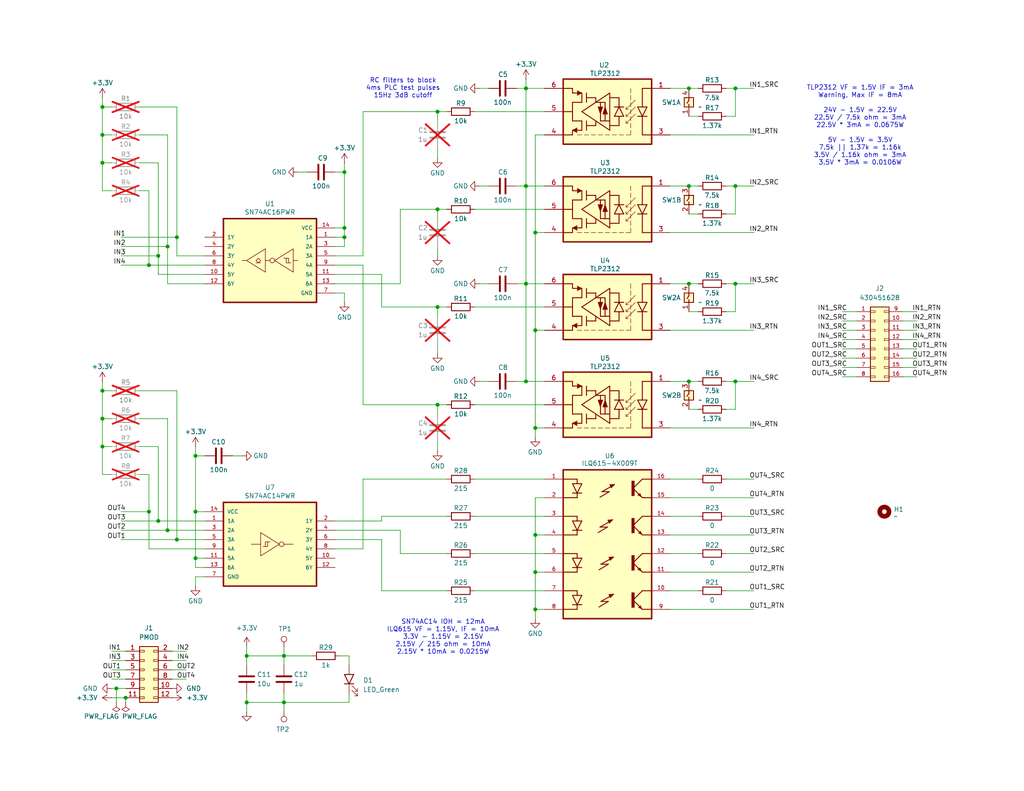
<source format=kicad_sch>
(kicad_sch (version 20231120) (generator "eeschema") (generator_version "8.0")
  (paper "USLetter")
  (title_block (title "PMOD MPS I/O") (rev "A") (company "Osprey DCS"))
  (junction (at 200.66 104.14))
  (junction (at 146.05 156.21))
  (junction (at 53.34 124.46))
  (junction (at 43.18 69.85))
  (junction (at 146.05 146.05))
  (junction (at 200.66 77.47))
  (junction (at 67.31 191.77))
  (junction (at 143.51 77.47))
  (junction (at 67.31 179.07))
  (junction (at 48.26 64.77))
  (junction (at 53.34 152.4))
  (junction (at 77.47 179.07))
  (junction (at 119.38 110.49))
  (junction (at 119.38 83.82))
  (junction (at 200.66 50.8))
  (junction (at 31.75 187.96))
  (junction (at 119.38 30.48))
  (junction (at 143.51 50.8))
  (junction (at 27.94 121.92))
  (junction (at 93.98 46.99))
  (junction (at 187.96 24.13))
  (junction (at 77.47 191.77))
  (junction (at 48.26 147.32))
  (junction (at 146.05 90.17))
  (junction (at 93.98 64.77))
  (junction (at 146.05 63.5))
  (junction (at 27.94 114.3))
  (junction (at 187.96 77.47))
  (junction (at 34.29 190.5))
  (junction (at 200.66 24.13))
  (junction (at 146.05 166.37))
  (junction (at 27.94 29.21))
  (junction (at 27.94 36.83))
  (junction (at 45.72 144.78))
  (junction (at 187.96 50.8))
  (junction (at 40.64 72.39))
  (junction (at 43.18 142.24))
  (junction (at 143.51 24.13))
  (junction (at 27.94 44.45))
  (junction (at 187.96 104.14))
  (junction (at 119.38 57.15))
  (junction (at 143.51 104.14))
  (junction (at 40.64 139.7))
  (junction (at 53.34 139.7))
  (junction (at 27.94 106.68))
  (junction (at 93.98 62.23))
  (junction (at 45.72 67.31))
  (junction (at 146.05 116.84))
  (wire (pts (xy 45.72 67.31) (xy 45.72 77.47)))
  (wire (pts (xy 200.66 77.47) (xy 198.12 77.47)))
  (wire (pts (xy 91.44 74.93) (xy 104.14 74.93)))
  (wire (pts (xy 77.47 176.53) (xy 77.47 179.07)))
  (wire (pts (xy 182.88 104.14) (xy 187.96 104.14)))
  (wire (pts (xy 27.94 106.68) (xy 27.94 104.14)))
  (wire (pts (xy 187.96 111.76) (xy 190.5 111.76)))
  (wire (pts (xy 200.66 24.13) (xy 198.12 24.13)))
  (wire (pts (xy 27.94 114.3) (xy 27.94 106.68)))
  (wire (pts (xy 33.02 144.78) (xy 45.72 144.78)))
  (wire (pts (xy 66.04 124.46) (xy 63.5 124.46)))
  (wire (pts (xy 93.98 80.01) (xy 93.98 82.55)))
  (wire (pts (xy 46.99 177.8) (xy 50.8 177.8)))
  (wire (pts (xy 119.38 110.49) (xy 119.38 113.03)))
  (wire (pts (xy 182.88 151.13) (xy 190.5 151.13)))
  (wire (pts (xy 229.87 92.71) (xy 233.68 92.71)))
  (wire (pts (xy 93.98 44.45) (xy 93.98 46.99)))
  (wire (pts (xy 182.88 36.83) (xy 205.74 36.83)))
  (wire (pts (xy 48.26 106.68) (xy 48.26 147.32)))
  (wire (pts (xy 198.12 58.42) (xy 200.66 58.42)))
  (wire (pts (xy 92.71 179.07) (xy 95.25 179.07)))
  (wire (pts (xy 229.87 90.17) (xy 233.68 90.17)))
  (wire (pts (xy 104.14 74.93) (xy 104.14 83.82)))
  (wire (pts (xy 77.47 179.07) (xy 85.09 179.07)))
  (wire (pts (xy 182.88 24.13) (xy 187.96 24.13)))
  (wire (pts (xy 146.05 63.5) (xy 148.59 63.5)))
  (wire (pts (xy 246.38 87.63) (xy 250.19 87.63)))
  (wire (pts (xy 40.64 52.07) (xy 40.64 72.39)))
  (wire (pts (xy 146.05 63.5) (xy 146.05 90.17)))
  (wire (pts (xy 146.05 166.37) (xy 148.59 166.37)))
  (wire (pts (xy 43.18 121.92) (xy 43.18 142.24)))
  (wire (pts (xy 119.38 83.82) (xy 119.38 86.36)))
  (wire (pts (xy 67.31 189.23) (xy 67.31 191.77)))
  (wire (pts (xy 55.88 154.94) (xy 53.34 154.94)))
  (wire (pts (xy 27.94 121.92) (xy 27.94 114.3)))
  (wire (pts (xy 119.38 120.65) (xy 119.38 123.19)))
  (wire (pts (xy 93.98 46.99) (xy 93.98 62.23)))
  (wire (pts (xy 91.44 46.99) (xy 93.98 46.99)))
  (wire (pts (xy 146.05 90.17) (xy 148.59 90.17)))
  (wire (pts (xy 55.88 69.85) (xy 48.26 69.85)))
  (wire (pts (xy 104.14 140.97) (xy 104.14 142.24)))
  (wire (pts (xy 95.25 189.23) (xy 95.25 191.77)))
  (wire (pts (xy 27.94 29.21) (xy 30.48 29.21)))
  (wire (pts (xy 187.96 24.13) (xy 190.5 24.13)))
  (wire (pts (xy 246.38 95.25) (xy 250.19 95.25)))
  (wire (pts (xy 143.51 24.13) (xy 148.59 24.13)))
  (wire (pts (xy 77.47 191.77) (xy 77.47 194.31)))
  (wire (pts (xy 46.99 182.88) (xy 50.8 182.88)))
  (wire (pts (xy 119.38 110.49) (xy 121.92 110.49)))
  (wire (pts (xy 119.38 30.48) (xy 121.92 30.48)))
  (wire (pts (xy 33.02 142.24) (xy 43.18 142.24)))
  (wire (pts (xy 229.87 95.25) (xy 233.68 95.25)))
  (wire (pts (xy 43.18 74.93) (xy 55.88 74.93)))
  (wire (pts (xy 140.97 77.47) (xy 143.51 77.47)))
  (wire (pts (xy 91.44 147.32) (xy 104.14 147.32)))
  (wire (pts (xy 129.54 57.15) (xy 148.59 57.15)))
  (wire (pts (xy 45.72 144.78) (xy 55.88 144.78)))
  (wire (pts (xy 205.74 161.29) (xy 198.12 161.29)))
  (wire (pts (xy 205.74 140.97) (xy 198.12 140.97)))
  (wire (pts (xy 33.02 139.7) (xy 40.64 139.7)))
  (wire (pts (xy 30.48 190.5) (xy 34.29 190.5)))
  (wire (pts (xy 34.29 191.77) (xy 34.29 190.5)))
  (wire (pts (xy 129.54 161.29) (xy 148.59 161.29)))
  (wire (pts (xy 55.88 77.47) (xy 45.72 77.47)))
  (wire (pts (xy 99.06 30.48) (xy 99.06 69.85)))
  (wire (pts (xy 146.05 146.05) (xy 146.05 156.21)))
  (wire (pts (xy 30.48 185.42) (xy 34.29 185.42)))
  (wire (pts (xy 182.88 116.84) (xy 205.74 116.84)))
  (wire (pts (xy 182.88 90.17) (xy 205.74 90.17)))
  (wire (pts (xy 182.88 63.5) (xy 205.74 63.5)))
  (wire (pts (xy 53.34 139.7) (xy 55.88 139.7)))
  (wire (pts (xy 53.34 121.92) (xy 53.34 124.46)))
  (wire (pts (xy 140.97 24.13) (xy 143.51 24.13)))
  (wire (pts (xy 27.94 29.21) (xy 27.94 26.67)))
  (wire (pts (xy 229.87 97.79) (xy 233.68 97.79)))
  (wire (pts (xy 45.72 36.83) (xy 45.72 67.31)))
  (wire (pts (xy 200.66 50.8) (xy 198.12 50.8)))
  (wire (pts (xy 146.05 166.37) (xy 146.05 168.91)))
  (wire (pts (xy 33.02 147.32) (xy 48.26 147.32)))
  (wire (pts (xy 53.34 124.46) (xy 53.34 139.7)))
  (wire (pts (xy 104.14 83.82) (xy 119.38 83.82)))
  (wire (pts (xy 246.38 92.71) (xy 250.19 92.71)))
  (wire (pts (xy 77.47 179.07) (xy 67.31 179.07)))
  (wire (pts (xy 93.98 62.23) (xy 91.44 62.23)))
  (wire (pts (xy 30.48 177.8) (xy 34.29 177.8)))
  (wire (pts (xy 38.1 52.07) (xy 40.64 52.07)))
  (wire (pts (xy 27.94 106.68) (xy 30.48 106.68)))
  (wire (pts (xy 27.94 44.45) (xy 27.94 36.83)))
  (wire (pts (xy 129.54 140.97) (xy 148.59 140.97)))
  (wire (pts (xy 200.66 77.47) (xy 200.66 85.09)))
  (wire (pts (xy 27.94 129.54) (xy 27.94 121.92)))
  (wire (pts (xy 91.44 80.01) (xy 93.98 80.01)))
  (wire (pts (xy 205.74 104.14) (xy 200.66 104.14)))
  (wire (pts (xy 33.02 69.85) (xy 43.18 69.85)))
  (wire (pts (xy 77.47 191.77) (xy 95.25 191.77)))
  (wire (pts (xy 146.05 90.17) (xy 146.05 116.84)))
  (wire (pts (xy 119.38 93.98) (xy 119.38 96.52)))
  (wire (pts (xy 38.1 114.3) (xy 45.72 114.3)))
  (wire (pts (xy 143.51 77.47) (xy 148.59 77.47)))
  (wire (pts (xy 27.94 52.07) (xy 27.94 44.45)))
  (wire (pts (xy 48.26 29.21) (xy 48.26 64.77)))
  (wire (pts (xy 91.44 149.86) (xy 99.06 149.86)))
  (wire (pts (xy 129.54 83.82) (xy 148.59 83.82)))
  (wire (pts (xy 53.34 157.48) (xy 55.88 157.48)))
  (wire (pts (xy 198.12 31.75) (xy 200.66 31.75)))
  (wire (pts (xy 246.38 85.09) (xy 250.19 85.09)))
  (wire (pts (xy 229.87 100.33) (xy 233.68 100.33)))
  (wire (pts (xy 119.38 30.48) (xy 119.38 33.02)))
  (wire (pts (xy 27.94 44.45) (xy 30.48 44.45)))
  (wire (pts (xy 119.38 57.15) (xy 121.92 57.15)))
  (wire (pts (xy 40.64 129.54) (xy 40.64 139.7)))
  (wire (pts (xy 91.44 144.78) (xy 109.22 144.78)))
  (wire (pts (xy 143.51 77.47) (xy 143.51 50.8)))
  (wire (pts (xy 146.05 135.89) (xy 146.05 146.05)))
  (wire (pts (xy 104.14 161.29) (xy 104.14 147.32)))
  (wire (pts (xy 53.34 157.48) (xy 53.34 160.02)))
  (wire (pts (xy 187.96 50.8) (xy 190.5 50.8)))
  (wire (pts (xy 91.44 142.24) (xy 104.14 142.24)))
  (wire (pts (xy 182.88 77.47) (xy 187.96 77.47)))
  (wire (pts (xy 187.96 104.14) (xy 190.5 104.14)))
  (wire (pts (xy 81.28 46.99) (xy 83.82 46.99)))
  (wire (pts (xy 91.44 72.39) (xy 99.06 72.39)))
  (wire (pts (xy 31.75 187.96) (xy 34.29 187.96)))
  (wire (pts (xy 143.51 104.14) (xy 143.51 77.47)))
  (wire (pts (xy 46.99 185.42) (xy 50.8 185.42)))
  (wire (pts (xy 148.59 135.89) (xy 146.05 135.89)))
  (wire (pts (xy 182.88 135.89) (xy 205.74 135.89)))
  (wire (pts (xy 33.02 72.39) (xy 40.64 72.39)))
  (wire (pts (xy 99.06 72.39) (xy 99.06 110.49)))
  (wire (pts (xy 130.81 50.8) (xy 133.35 50.8)))
  (wire (pts (xy 200.66 50.8) (xy 200.66 58.42)))
  (wire (pts (xy 129.54 130.81) (xy 148.59 130.81)))
  (wire (pts (xy 91.44 77.47) (xy 109.22 77.47)))
  (wire (pts (xy 109.22 57.15) (xy 119.38 57.15)))
  (wire (pts (xy 146.05 119.38) (xy 146.05 116.84)))
  (wire (pts (xy 109.22 151.13) (xy 121.92 151.13)))
  (wire (pts (xy 187.96 31.75) (xy 190.5 31.75)))
  (wire (pts (xy 43.18 142.24) (xy 55.88 142.24)))
  (wire (pts (xy 30.48 182.88) (xy 34.29 182.88)))
  (wire (pts (xy 43.18 74.93) (xy 43.18 69.85)))
  (wire (pts (xy 53.34 139.7) (xy 53.34 152.4)))
  (wire (pts (xy 205.74 151.13) (xy 198.12 151.13)))
  (wire (pts (xy 91.44 69.85) (xy 99.06 69.85)))
  (wire (pts (xy 140.97 104.14) (xy 143.51 104.14)))
  (wire (pts (xy 27.94 121.92) (xy 30.48 121.92)))
  (wire (pts (xy 43.18 44.45) (xy 43.18 69.85)))
  (wire (pts (xy 40.64 149.86) (xy 55.88 149.86)))
  (wire (pts (xy 246.38 102.87) (xy 250.19 102.87)))
  (wire (pts (xy 31.75 191.77) (xy 31.75 187.96)))
  (wire (pts (xy 146.05 36.83) (xy 146.05 63.5)))
  (wire (pts (xy 30.48 52.07) (xy 27.94 52.07)))
  (wire (pts (xy 187.96 58.42) (xy 190.5 58.42)))
  (wire (pts (xy 93.98 64.77) (xy 93.98 62.23)))
  (wire (pts (xy 91.44 64.77) (xy 93.98 64.77)))
  (wire (pts (xy 99.06 110.49) (xy 119.38 110.49)))
  (wire (pts (xy 143.51 24.13) (xy 143.51 21.59)))
  (wire (pts (xy 104.14 140.97) (xy 121.92 140.97)))
  (wire (pts (xy 187.96 77.47) (xy 190.5 77.47)))
  (wire (pts (xy 38.1 36.83) (xy 45.72 36.83)))
  (wire (pts (xy 95.25 179.07) (xy 95.25 181.61)))
  (wire (pts (xy 146.05 146.05) (xy 148.59 146.05)))
  (wire (pts (xy 99.06 130.81) (xy 99.06 149.86)))
  (wire (pts (xy 140.97 50.8) (xy 143.51 50.8)))
  (wire (pts (xy 99.06 130.81) (xy 121.92 130.81)))
  (wire (pts (xy 205.74 50.8) (xy 200.66 50.8)))
  (wire (pts (xy 146.05 156.21) (xy 146.05 166.37)))
  (wire (pts (xy 182.88 130.81) (xy 190.5 130.81)))
  (wire (pts (xy 148.59 104.14) (xy 143.51 104.14)))
  (wire (pts (xy 38.1 121.92) (xy 43.18 121.92)))
  (wire (pts (xy 119.38 67.31) (xy 119.38 69.85)))
  (wire (pts (xy 67.31 194.31) (xy 67.31 191.77)))
  (wire (pts (xy 38.1 129.54) (xy 40.64 129.54)))
  (wire (pts (xy 67.31 181.61) (xy 67.31 179.07)))
  (wire (pts (xy 38.1 44.45) (xy 43.18 44.45)))
  (wire (pts (xy 77.47 179.07) (xy 77.47 181.61)))
  (wire (pts (xy 27.94 36.83) (xy 30.48 36.83)))
  (wire (pts (xy 198.12 111.76) (xy 200.66 111.76)))
  (wire (pts (xy 182.88 50.8) (xy 187.96 50.8)))
  (wire (pts (xy 33.02 64.77) (xy 48.26 64.77)))
  (wire (pts (xy 246.38 100.33) (xy 250.19 100.33)))
  (wire (pts (xy 182.88 140.97) (xy 190.5 140.97)))
  (wire (pts (xy 130.81 104.14) (xy 133.35 104.14)))
  (wire (pts (xy 30.48 187.96) (xy 31.75 187.96)))
  (wire (pts (xy 130.81 77.47) (xy 133.35 77.47)))
  (wire (pts (xy 40.64 72.39) (xy 55.88 72.39)))
  (wire (pts (xy 99.06 30.48) (xy 119.38 30.48)))
  (wire (pts (xy 146.05 156.21) (xy 148.59 156.21)))
  (wire (pts (xy 129.54 110.49) (xy 148.59 110.49)))
  (wire (pts (xy 119.38 57.15) (xy 119.38 59.69)))
  (wire (pts (xy 246.38 90.17) (xy 250.19 90.17)))
  (wire (pts (xy 77.47 191.77) (xy 67.31 191.77)))
  (wire (pts (xy 119.38 83.82) (xy 121.92 83.82)))
  (wire (pts (xy 33.02 67.31) (xy 45.72 67.31)))
  (wire (pts (xy 229.87 87.63) (xy 233.68 87.63)))
  (wire (pts (xy 48.26 147.32) (xy 55.88 147.32)))
  (wire (pts (xy 200.66 104.14) (xy 198.12 104.14)))
  (wire (pts (xy 46.99 180.34) (xy 50.8 180.34)))
  (wire (pts (xy 129.54 151.13) (xy 148.59 151.13)))
  (wire (pts (xy 205.74 77.47) (xy 200.66 77.47)))
  (wire (pts (xy 67.31 176.53) (xy 67.31 179.07)))
  (wire (pts (xy 55.88 124.46) (xy 53.34 124.46)))
  (wire (pts (xy 182.88 146.05) (xy 205.74 146.05)))
  (wire (pts (xy 53.34 152.4) (xy 55.88 152.4)))
  (wire (pts (xy 143.51 50.8) (xy 148.59 50.8)))
  (wire (pts (xy 182.88 166.37) (xy 205.74 166.37)))
  (wire (pts (xy 205.74 24.13) (xy 200.66 24.13)))
  (wire (pts (xy 198.12 85.09) (xy 200.66 85.09)))
  (wire (pts (xy 148.59 36.83) (xy 146.05 36.83)))
  (wire (pts (xy 130.81 24.13) (xy 133.35 24.13)))
  (wire (pts (xy 246.38 97.79) (xy 250.19 97.79)))
  (wire (pts (xy 38.1 29.21) (xy 48.26 29.21)))
  (wire (pts (xy 182.88 161.29) (xy 190.5 161.29)))
  (wire (pts (xy 182.88 156.21) (xy 205.74 156.21)))
  (wire (pts (xy 30.48 180.34) (xy 34.29 180.34)))
  (wire (pts (xy 40.64 139.7) (xy 40.64 149.86)))
  (wire (pts (xy 77.47 191.77) (xy 77.47 189.23)))
  (wire (pts (xy 27.94 36.83) (xy 27.94 29.21)))
  (wire (pts (xy 91.44 67.31) (xy 93.98 67.31)))
  (wire (pts (xy 146.05 116.84) (xy 148.59 116.84)))
  (wire (pts (xy 27.94 114.3) (xy 30.48 114.3)))
  (wire (pts (xy 187.96 85.09) (xy 190.5 85.09)))
  (wire (pts (xy 45.72 114.3) (xy 45.72 144.78)))
  (wire (pts (xy 200.66 104.14) (xy 200.66 111.76)))
  (wire (pts (xy 109.22 57.15) (xy 109.22 77.47)))
  (wire (pts (xy 93.98 67.31) (xy 93.98 64.77)))
  (wire (pts (xy 53.34 152.4) (xy 53.34 154.94)))
  (wire (pts (xy 30.48 129.54) (xy 27.94 129.54)))
  (wire (pts (xy 38.1 106.68) (xy 48.26 106.68)))
  (wire (pts (xy 104.14 161.29) (xy 121.92 161.29)))
  (wire (pts (xy 229.87 85.09) (xy 233.68 85.09)))
  (wire (pts (xy 129.54 30.48) (xy 148.59 30.48)))
  (wire (pts (xy 119.38 40.64) (xy 119.38 43.18)))
  (wire (pts (xy 229.87 102.87) (xy 233.68 102.87)))
  (wire (pts (xy 48.26 69.85) (xy 48.26 64.77)))
  (wire (pts (xy 143.51 50.8) (xy 143.51 24.13)))
  (wire (pts (xy 205.74 130.81) (xy 198.12 130.81)))
  (wire (pts (xy 109.22 144.78) (xy 109.22 151.13)))
  (wire (pts (xy 200.66 24.13) (xy 200.66 31.75)))
  (text "SN74AC14 IOH = 12mA\nILQ615 VF = 1.15V, IF = 10mA\n3.3V - 1.15V = 2.15V\n2.15V / 215 ohm = 10mA\n2.15V * 10mA = 0.0215W" (at 120.904 173.99 0) (effects (font (size 1.27 1.27))))
  (text "RC filters to block\n4ms PLC test pulses\n15Hz 3dB cutoff" (at 109.982 24.13 0) (effects (font (size 1.27 1.27))))
  (text "TLP2312 VF = 1.5V IF = 3mA\nWarning, Max IF = 8mA\n\n24V - 1.5V = 22.5V\n22.5V / 7.5k ohm = 3mA\n22.5V * 3mA = 0.0675W\n\n5V - 1.5V = 3.5V\n7.5k || 1.37k = 1.16k\n3.5V / 1.16k ohm = 3mA\n3.5V * 3mA = 0.0106W" (at 234.696 34.29 0) (effects (font (size 1.27 1.27))))
  (label "IN4_RTN" (at 248.92 92.71 0))
  (label "IN2_RTN" (at 248.92 87.63 0))
  (label "IN3_SRC" (at 204.47 77.47 0))
  (label "IN4" (at 34.29 72.39 180))
  (label "IN4_RTN" (at 204.47 116.84 0))
  (label "OUT1_SRC" (at 231.14 95.25 180))
  (label "OUT3_SRC" (at 231.14 100.33 180))
  (label "OUT1" (at 34.29 147.32 180))
  (label "IN3_RTN" (at 204.47 90.17 0))
  (label "OUT2_RTN" (at 248.92 97.79 0))
  (label "IN2_RTN" (at 204.47 63.5 0))
  (label "OUT3" (at 34.29 142.24 180))
  (label "OUT1" (at 33.02 182.88 180))
  (label "OUT2" (at 34.29 144.78 180))
  (label "IN1" (at 33.02 177.8 180))
  (label "OUT2_RTN" (at 204.47 156.21 0))
  (label "IN1_SRC" (at 231.14 85.09 180))
  (label "OUT1_RTN" (at 204.47 166.37 0))
  (label "OUT4" (at 34.29 139.7 180))
  (label "IN2" (at 48.26 177.8 0))
  (label "IN3_RTN" (at 248.92 90.17 0))
  (label "OUT1_RTN" (at 248.92 95.25 0))
  (label "IN1" (at 34.29 64.77 180))
  (label "OUT3_RTN" (at 248.92 100.33 0))
  (label "IN2_SRC" (at 204.47 50.8 0))
  (label "OUT4_RTN" (at 204.47 135.89 0))
  (label "OUT4_RTN" (at 248.92 102.87 0))
  (label "IN3" (at 33.02 180.34 180))
  (label "OUT4" (at 48.26 185.42 0))
  (label "IN1_SRC" (at 204.47 24.13 0))
  (label "OUT4_SRC" (at 204.47 130.81 0))
  (label "OUT2_SRC" (at 231.14 97.79 180))
  (label "IN4" (at 48.26 180.34 0))
  (label "OUT4_SRC" (at 231.14 102.87 180))
  (label "OUT3_SRC" (at 204.47 140.97 0))
  (label "IN2_SRC" (at 231.14 87.63 180))
  (label "IN2" (at 34.29 67.31 180))
  (label "IN1_RTN" (at 204.47 36.83 0))
  (label "OUT2" (at 48.26 182.88 0))
  (label "IN1_RTN" (at 248.92 85.09 0))
  (label "OUT1_SRC" (at 204.47 161.29 0))
  (label "OUT3" (at 33.02 185.42 180))
  (label "IN4_SRC" (at 204.47 104.14 0))
  (label "OUT2_SRC" (at 204.47 151.13 0))
  (label "OUT3_RTN" (at 204.47 146.05 0))
  (label "IN3_SRC" (at 231.14 90.17 180))
  (label "IN3" (at 34.29 69.85 180))
  (label "IN4_SRC" (at 231.14 92.71 180))
  (symbol (lib_id "power:+3.3V") (at 27.94 26.67 0) (mirror y) (unit 1)
    (property "Reference" "#PWR013" (effects (hide yes)))
    (property "Value" "+3.3V" (at 27.94 22.606 0))
    (property "Description" "Power symbol creates a global label with name \"+3.3V\"" (effects (hide yes)))
  )
  (symbol (lib_id "power:GND") (at 93.98 82.55 0) (unit 1)
    (property "Reference" "#PWR017" (effects (hide yes)))
    (property "Value" "GND" (at 93.98 86.614 0))
    (property "Description" "Power symbol creates a global label with name \"GND\" , ground" (effects (hide yes)))
  )
  (symbol (lib_id "Device:R") (at 34.29 52.07 90) (unit 1) (dnp yes)
    (property "Reference" "R4" (at 34.29 49.784 90))
    (property "Value" "10k" (at 34.29 54.61 90))
    (property "Footprint" "0local:R_0603_1608Metric" (effects (hide yes)))
    (property "Datasheet" "https://www.yageo.com/upload/media/product/products/datasheet/rchip/PYu-RC_Group_51_RoHS_L_12.pdf" (effects (hide yes)))
    (property "Description" "10 kOhms ±1% 0.1W, 1/10W Chip Resistor 0603 (1608 Metric) Moisture Resistant Thick Film" (effects (hide yes)))
    (property "Digikey" "311-10.0KHRCT-ND" (effects (hide yes)))
    (property "MPN" "RC0603FR-0710KL" (effects (hide yes)))
  )
  (symbol (lib_id "Device:C") (at 137.16 50.8 270) (mirror x) (unit 1)
    (property "Reference" "C6" (at 135.89 46.99 90) (effects (justify left)))
    (property "Value" "100n" (at 137.16 54.61 90))
    (property "Footprint" "0local:C_0603_1608Metric" (effects (hide yes)))
    (property "Datasheet" "https://mm.digikey.com/Volume0/opasdata/d220001/medias/docus/658/CL10B104KB8NNWC_Spec.pdf" (effects (hide yes)))
    (property "Description" "0.1 µF ±10% 50V Ceramic Capacitor X7R 0603" (effects (hide yes)))
    (property "Digikey" "1276-1935-2-ND" (effects (hide yes)))
    (property "MPN" "CL10B104KB8NNWC" (effects (hide yes)))
  )
  (symbol (lib_id "0local:SN74AC14PWR") (at 73.66 147.32 0) (unit 1)
    (property "Reference" "U7" (at 73.66 133.096 0))
    (property "Value" "SN74AC14PWR" (at 73.66 135.382 0))
    (property "Footprint" "0local:SN74AC1xPWR" (effects (hide yes)))
    (property "Datasheet" "https://www.ti.com/lit/ds/symlink/sn74ac14.pdf?HQS=dis-dk-null-digikeymode-dsf-pf-null-wwe&ts=1728838034041&ref_url=https%253A%252F%252Fwww.ti.com%252Fgeneral%252Fdocs%252Fsuppproductinfo.tsp%253FdistId%253D10%2526gotoUrl%253Dhttps%253A%252F%252Fwww.ti.com%252Flit%252Fgpn%252Fsn74ac14" (effects (hide yes)))
    (property "Description" "Inverter IC 6 Channel Schmitt Trigger 14-TSSOP" (effects (hide yes)))
    (property "Digikey" "296-4302-1-ND" (effects (hide yes)))
    (property "MPN" "SN74AC14PWR" (effects (hide yes)))
  )
  (symbol (lib_id "Device:C") (at 119.38 63.5 0) (unit 1) (dnp yes)
    (property "Reference" "C2" (at 114.046 62.23 0) (effects (justify left)))
    (property "Value" "1u" (at 114.046 64.77 0) (effects (justify left)))
    (property "Footprint" "0local:C_0603_1608Metric" (effects (hide yes)))
    (property "Datasheet" "https://www.yageo.com/upload/media/product/productsearch/datasheet/mlcc/UPY-GPHC_X7R_6.3V-to-250V_24.pdf" (effects (hide yes)))
    (property "Description" "1 µF ±10% 16V Ceramic Capacitor X7R 0603 (1608 Metric)" (effects (hide yes)))
    (property "Digikey" "311-1446-2-ND" (effects (hide yes)))
    (property "MPN" "CC0603KRX7R7BB105" (effects (hide yes)))
  )
  (symbol (lib_id "Device:R") (at 194.31 85.09 90) (unit 1)
    (property "Reference" "R19" (at 194.31 82.804 90))
    (property "Value" "1.37k" (at 194.31 87.63 90))
    (property "Footprint" "0local:R_0805_2012Metric" (effects (hide yes)))
    (property "Datasheet" "https://www.yageo.com/upload/media/product/products/datasheet/rchip/PYu-RC_Group_51_RoHS_L_12.pdf" (effects (hide yes)))
    (property "Description" "1.37 kOhms ±1% 0.125W, 1/8W Chip Resistor 0805 (2012 Metric) Moisture Resistant Thick Film" (effects (hide yes)))
    (property "Digikey" "311-1.37KCRTR-ND" (effects (hide yes)))
    (property "MPN" "RC0805FR-071K37L" (effects (hide yes)))
  )
  (symbol (lib_id "Device:R") (at 194.31 50.8 90) (unit 1)
    (property "Reference" "R14" (at 194.31 48.514 90))
    (property "Value" "7.5k" (at 194.31 53.34 90))
    (property "Footprint" "0local:R_0805_2012Metric" (effects (hide yes)))
    (property "Datasheet" "https://www.yageo.com/upload/media/product/products/datasheet/rchip/PYu-RC_Group_51_RoHS_L_12.pdf" (effects (hide yes)))
    (property "Description" "7.5 kOhms ±1% 0.125W, 1/8W Chip Resistor 0805 (2012 Metric) Moisture Resistant Thick Film" (effects (hide yes)))
    (property "Digikey" "311-7.50KCRTR-ND" (effects (hide yes)))
    (property "MPN" "RC0805FR-077K5L" (effects (hide yes)))
  )
  (symbol (lib_id "power:GND") (at 81.28 46.99 270) (unit 1)
    (property "Reference" "#PWR015" (effects (hide yes)))
    (property "Value" "GND" (at 78.232 46.99 90) (effects (justify right)))
    (property "Description" "Power symbol creates a global label with name \"GND\" , ground" (effects (hide yes)))
  )
  (symbol (lib_id "power:+3.3V") (at 93.98 44.45 0) (mirror y) (unit 1)
    (property "Reference" "#PWR016" (effects (hide yes)))
    (property "Value" "+3.3V" (at 93.98 40.386 0))
    (property "Description" "Power symbol creates a global label with name \"+3.3V\"" (effects (hide yes)))
  )
  (symbol (lib_id "power:+3.3V") (at 53.34 121.92 0) (unit 1)
    (property "Reference" "#PWR011" (effects (hide yes)))
    (property "Value" "+3.3V" (at 53.34 117.856 0))
    (property "Description" "Power symbol creates a global label with name \"+3.3V\"" (effects (hide yes)))
  )
  (symbol (lib_id "Device:R") (at 194.31 24.13 90) (unit 1)
    (property "Reference" "R13" (at 194.31 21.844 90))
    (property "Value" "7.5k" (at 194.31 26.67 90))
    (property "Footprint" "0local:R_0805_2012Metric" (effects (hide yes)))
    (property "Datasheet" "https://www.yageo.com/upload/media/product/products/datasheet/rchip/PYu-RC_Group_51_RoHS_L_12.pdf" (effects (hide yes)))
    (property "Description" "7.5 kOhms ±1% 0.125W, 1/8W Chip Resistor 0805 (2012 Metric) Moisture Resistant Thick Film" (effects (hide yes)))
    (property "Digikey" "311-7.50KCRTR-ND" (effects (hide yes)))
    (property "MPN" "RC0805FR-077K5L" (effects (hide yes)))
  )
  (symbol (lib_id "power:+3.3V") (at 67.31 176.53 0) (unit 1)
    (property "Reference" "#PWR0128" (effects (hide yes)))
    (property "Value" "+3.3V" (at 67.31 171.45 0))
    (property "Description" "Power symbol creates a global label with name \"+3.3V\"" (effects (hide yes)))
  )
  (symbol (lib_id "power:GND") (at 130.81 104.14 270) (unit 1)
    (property "Reference" "#PWR010" (effects (hide yes)))
    (property "Value" "GND" (at 127.762 104.14 90) (effects (justify right)))
    (property "Description" "Power symbol creates a global label with name \"GND\" , ground" (effects (hide yes)))
  )
  (symbol (lib_id "power:GND") (at 146.05 119.38 0) (unit 1)
    (property "Reference" "#PWR018" (effects (hide yes)))
    (property "Value" "GND" (at 146.05 123.444 0))
    (property "Description" "Power symbol creates a global label with name \"GND\" , ground" (effects (hide yes)))
  )
  (symbol (lib_id "Device:R") (at 194.31 104.14 90) (unit 1)
    (property "Reference" "R16" (at 194.31 101.854 90))
    (property "Value" "7.5k" (at 194.31 106.68 90))
    (property "Footprint" "0local:R_0805_2012Metric" (effects (hide yes)))
    (property "Datasheet" "https://www.yageo.com/upload/media/product/products/datasheet/rchip/PYu-RC_Group_51_RoHS_L_12.pdf" (effects (hide yes)))
    (property "Description" "7.5 kOhms ±1% 0.125W, 1/8W Chip Resistor 0805 (2012 Metric) Moisture Resistant Thick Film" (effects (hide yes)))
    (property "Digikey" "311-7.50KCRTR-ND" (effects (hide yes)))
    (property "MPN" "RC0805FR-077K5L" (effects (hide yes)))
  )
  (symbol (lib_id "power:GND") (at 46.99 187.96 90) (unit 1)
    (property "Reference" "#PWR0101" (effects (hide yes)))
    (property "Value" "GND" (at 50.8 187.9599 90) (effects (justify right)))
    (property "Description" "Power symbol creates a global label with name \"GND\" , ground" (effects (hide yes)))
  )
  (symbol (lib_id "0local:TLP2312(V4-TPL,E") (at 165.1 74.93 0) (mirror y) (unit 1)
    (property "Reference" "U4" (at 165.1 71.12 0))
    (property "Value" "TLP2312" (at 165.1 73.406 0))
    (property "Footprint" "0local:SO6_TLP2312(V4-TPL,E" (effects (hide yes)))
    (property "Datasheet" "https://toshiba.semicon-storage.com/info/datasheet_en_20200331.pdf?did=68841" (effects (hide yes)))
    (property "Description" "Logic Output Optoisolator 5Mbps Push-Pull, Totem Pole 3750Vrms 1 Channel 20kV/µs CMTI 6-SO, 5 Lead" (effects (hide yes)))
    (property "Digikey" "264-TLP2312(V4-TPLECT-ND" (effects (hide yes)))
    (property "MPN" "TLP2312(V4-TPL,E" (effects (hide yes)))
  )
  (symbol (lib_id "0local:TLP2312(V4-TPL,E") (at 165.1 48.26 0) (mirror y) (unit 1)
    (property "Reference" "U3" (at 165.1 44.45 0))
    (property "Value" "TLP2312" (at 165.1 46.736 0))
    (property "Footprint" "0local:SO6_TLP2312(V4-TPL,E" (effects (hide yes)))
    (property "Datasheet" "https://toshiba.semicon-storage.com/info/datasheet_en_20200331.pdf?did=68841" (effects (hide yes)))
    (property "Description" "Logic Output Optoisolator 5Mbps Push-Pull, Totem Pole 3750Vrms 1 Channel 20kV/µs CMTI 6-SO, 5 Lead" (effects (hide yes)))
    (property "Digikey" "264-TLP2312(V4-TPLECT-ND" (effects (hide yes)))
    (property "MPN" "TLP2312(V4-TPL,E" (effects (hide yes)))
  )
  (symbol (lib_id "0local:430451628") (at 240.03 95.25 0) (unit 1)
    (property "Reference" "J2" (at 240.03 78.74 0))
    (property "Value" "430451628" (at 240.03 81.28 0))
    (property "Footprint" "0local:430451628" (effects (hide yes)))
    (property "Datasheet" "https://tools.molex.com/pdm_docs/ps/PS-43045.pdf" (effects (hide yes)))
    (property "Description" "Connector Header Through Hole 16 position 0.118\" (3.00mm)" (effects (hide yes)))
    (property "Digikey" "WM10719-ND" (effects (hide yes)))
    (property "MPN" "0430451628" (effects (hide yes)))
  )
  (symbol (lib_id "power:+3.3V") (at 30.48 190.5 90) (unit 1)
    (property "Reference" "#PWR0103" (effects (hide yes)))
    (property "Value" "+3.3V" (at 26.67 190.4999 90) (effects (justify left)))
    (property "Description" "Power symbol creates a global label with name \"+3.3V\"" (effects (hide yes)))
  )
  (symbol (lib_id "Device:R") (at 34.29 44.45 90) (unit 1) (dnp yes)
    (property "Reference" "R3" (at 34.29 42.164 90))
    (property "Value" "10k" (at 34.29 46.99 90))
    (property "Footprint" "0local:R_0603_1608Metric" (effects (hide yes)))
    (property "Datasheet" "https://www.yageo.com/upload/media/product/products/datasheet/rchip/PYu-RC_Group_51_RoHS_L_12.pdf" (effects (hide yes)))
    (property "Description" "10 kOhms ±1% 0.1W, 1/10W Chip Resistor 0603 (1608 Metric) Moisture Resistant Thick Film" (effects (hide yes)))
    (property "Digikey" "311-10.0KHRCT-ND" (effects (hide yes)))
    (property "MPN" "RC0603FR-0710KL" (effects (hide yes)))
  )
  (symbol (lib_id "Device:R") (at 194.31 111.76 90) (unit 1)
    (property "Reference" "R20" (at 194.31 109.474 90))
    (property "Value" "1.37k" (at 194.31 114.3 90))
    (property "Footprint" "0local:R_0805_2012Metric" (effects (hide yes)))
    (property "Datasheet" "https://www.yageo.com/upload/media/product/products/datasheet/rchip/PYu-RC_Group_51_RoHS_L_12.pdf" (effects (hide yes)))
    (property "Description" "1.37 kOhms ±1% 0.125W, 1/8W Chip Resistor 0805 (2012 Metric) Moisture Resistant Thick Film" (effects (hide yes)))
    (property "Digikey" "311-1.37KCRTR-ND" (effects (hide yes)))
    (property "MPN" "RC0805FR-071K37L" (effects (hide yes)))
  )
  (symbol (lib_id "Device:R") (at 125.73 30.48 90) (unit 1)
    (property "Reference" "R9" (at 125.73 28.194 90))
    (property "Value" "10k" (at 125.73 33.02 90))
    (property "Footprint" "0local:R_0603_1608Metric" (effects (hide yes)))
    (property "Datasheet" "https://www.yageo.com/upload/media/product/products/datasheet/rchip/PYu-RC_Group_51_RoHS_L_12.pdf" (effects (hide yes)))
    (property "Description" "10 kOhms ±1% 0.1W, 1/10W Chip Resistor 0603 (1608 Metric) Moisture Resistant Thick Film" (effects (hide yes)))
    (property "Digikey" "311-10.0KHRCT-ND" (effects (hide yes)))
    (property "MPN" "RC0603FR-0710KL" (effects (hide yes)))
  )
  (symbol (lib_id "power:GND") (at 67.31 194.31 0) (unit 1)
    (property "Reference" "#PWR0129" (effects (hide yes)))
    (property "Value" "GND" (effects (hide yes)))
    (property "Description" "Power symbol creates a global label with name \"GND\" , ground" (effects (hide yes)))
  )
  (symbol (lib_id "Device:C") (at 119.38 36.83 0) (unit 1) (dnp yes)
    (property "Reference" "C1" (at 114.046 35.56 0) (effects (justify left)))
    (property "Value" "1u" (at 114.046 38.1 0) (effects (justify left)))
    (property "Footprint" "0local:C_0603_1608Metric" (effects (hide yes)))
    (property "Datasheet" "https://www.yageo.com/upload/media/product/productsearch/datasheet/mlcc/UPY-GPHC_X7R_6.3V-to-250V_24.pdf" (effects (hide yes)))
    (property "Description" "1 µF ±10% 16V Ceramic Capacitor X7R 0603 (1608 Metric)" (effects (hide yes)))
    (property "Digikey" "311-1446-2-ND" (effects (hide yes)))
    (property "MPN" "CC0603KRX7R7BB105" (effects (hide yes)))
  )
  (symbol (lib_id "power:+3.3V") (at 143.51 21.59 0) (unit 1)
    (property "Reference" "#PWR01" (effects (hide yes)))
    (property "Value" "+3.3V" (at 143.51 17.526 0))
    (property "Description" "Power symbol creates a global label with name \"+3.3V\"" (effects (hide yes)))
  )
  (symbol (lib_id "power:+3.3V") (at 46.99 190.5 270) (unit 1)
    (property "Reference" "#PWR0104" (effects (hide yes)))
    (property "Value" "+3.3V" (at 50.8 190.4999 90) (effects (justify left)))
    (property "Description" "Power symbol creates a global label with name \"+3.3V\"" (effects (hide yes)))
  )
  (symbol (lib_id "power:GND") (at 119.38 123.19 0) (unit 1)
    (property "Reference" "#PWR03" (effects (hide yes)))
    (property "Value" "GND" (at 119.38 127.254 0))
    (property "Description" "Power symbol creates a global label with name \"GND\" , ground" (effects (hide yes)))
  )
  (symbol (lib_id "power:GND") (at 119.38 69.85 0) (unit 1)
    (property "Reference" "#PWR05" (effects (hide yes)))
    (property "Value" "GND" (at 119.38 73.914 0))
    (property "Description" "Power symbol creates a global label with name \"GND\" , ground" (effects (hide yes)))
  )
  (symbol (lib_id "Device:R") (at 125.73 151.13 90) (unit 1)
    (property "Reference" "R26" (at 125.73 148.844 90))
    (property "Value" "215" (at 125.73 153.67 90))
    (property "Footprint" "0local:R_0603_1608Metric" (effects (hide yes)))
    (property "Datasheet" "https://www.yageo.com/upload/media/product/products/datasheet/rchip/PYu-RC_Group_51_RoHS_L_12.pdf" (effects (hide yes)))
    (property "Description" "215 Ohms ±1% 0.1W, 1/10W Chip Resistor 0603 (1608 Metric) Moisture Resistant Thick Film" (effects (hide yes)))
    (property "Digikey" "311-215HRTR-ND" (effects (hide yes)))
    (property "MPN" "RC0603FR-07215RL" (effects (hide yes)))
  )
  (symbol (lib_id "Device:C") (at 137.16 77.47 270) (mirror x) (unit 1)
    (property "Reference" "C7" (at 135.89 73.66 90) (effects (justify left)))
    (property "Value" "100n" (at 137.16 81.28 90))
    (property "Footprint" "0local:C_0603_1608Metric" (effects (hide yes)))
    (property "Datasheet" "https://mm.digikey.com/Volume0/opasdata/d220001/medias/docus/658/CL10B104KB8NNWC_Spec.pdf" (effects (hide yes)))
    (property "Description" "0.1 µF ±10% 50V Ceramic Capacitor X7R 0603" (effects (hide yes)))
    (property "Digikey" "1276-1935-2-ND" (effects (hide yes)))
    (property "MPN" "CL10B104KB8NNWC" (effects (hide yes)))
  )
  (symbol (lib_id "Device:R") (at 125.73 130.81 90) (unit 1)
    (property "Reference" "R28" (at 125.73 128.524 90))
    (property "Value" "215" (at 125.73 133.35 90))
    (property "Footprint" "0local:R_0603_1608Metric" (effects (hide yes)))
    (property "Datasheet" "https://www.yageo.com/upload/media/product/products/datasheet/rchip/PYu-RC_Group_51_RoHS_L_12.pdf" (effects (hide yes)))
    (property "Description" "215 Ohms ±1% 0.1W, 1/10W Chip Resistor 0603 (1608 Metric) Moisture Resistant Thick Film" (effects (hide yes)))
    (property "Digikey" "311-215HRTR-ND" (effects (hide yes)))
    (property "MPN" "RC0603FR-07215RL" (effects (hide yes)))
  )
  (symbol (lib_id "Device:R") (at 34.29 129.54 90) (unit 1) (dnp yes)
    (property "Reference" "R8" (at 34.29 127.254 90))
    (property "Value" "10k" (at 34.29 132.08 90))
    (property "Footprint" "0local:R_0603_1608Metric" (effects (hide yes)))
    (property "Datasheet" "https://www.yageo.com/upload/media/product/products/datasheet/rchip/PYu-RC_Group_51_RoHS_L_12.pdf" (effects (hide yes)))
    (property "Description" "10 kOhms ±1% 0.1W, 1/10W Chip Resistor 0603 (1608 Metric) Moisture Resistant Thick Film" (effects (hide yes)))
    (property "Digikey" "311-10.0KHRCT-ND" (effects (hide yes)))
    (property "MPN" "RC0603FR-0710KL" (effects (hide yes)))
  )
  (symbol (lib_id "0local:TLP2312(V4-TPL,E") (at 165.1 101.6 0) (mirror y) (unit 1)
    (property "Reference" "U5" (at 165.1 97.79 0))
    (property "Value" "TLP2312" (at 165.1 100.076 0))
    (property "Footprint" "0local:SO6_TLP2312(V4-TPL,E" (effects (hide yes)))
    (property "Datasheet" "https://toshiba.semicon-storage.com/info/datasheet_en_20200331.pdf?did=68841" (effects (hide yes)))
    (property "Description" "Logic Output Optoisolator 5Mbps Push-Pull, Totem Pole 3750Vrms 1 Channel 20kV/µs CMTI 6-SO, 5 Lead" (effects (hide yes)))
    (property "Digikey" "264-TLP2312(V4-TPLECT-ND" (effects (hide yes)))
    (property "MPN" "TLP2312(V4-TPL,E" (effects (hide yes)))
  )
  (symbol (lib_id "power:GND") (at 119.38 96.52 0) (unit 1)
    (property "Reference" "#PWR04" (effects (hide yes)))
    (property "Value" "GND" (at 119.38 100.584 0))
    (property "Description" "Power symbol creates a global label with name \"GND\" , ground" (effects (hide yes)))
  )
  (symbol (lib_id "0local:TDA02H0SB1R") (at 187.96 111.76 90) (unit 2)
    (property "Reference" "SW2" (at 180.594 107.95 90) (effects (justify right)))
    (property "Value" "~" (at 190.5 109.22 90) (effects (justify right)))
    (property "Footprint" "0local:TDA02H0SB1R" (effects (hide yes)))
    (property "Datasheet" "https://www.ckswitches.com/media/1328/tda.pdf" (effects (hide yes)))
    (property "Description" "Dip Switch SPST 2 Position Surface Mount Slide (Standard) Actuator 25mA 24VDC" (effects (hide yes)))
    (property "Digikey" "CKN9501CT-ND" (effects (hide yes)))
    (property "MPN" "TDA02H0SB1R" (effects (hide yes)))
  )
  (symbol (lib_id "Device:R") (at 125.73 57.15 90) (unit 1)
    (property "Reference" "R10" (at 125.73 54.864 90))
    (property "Value" "10k" (at 125.73 59.69 90))
    (property "Footprint" "0local:R_0603_1608Metric" (effects (hide yes)))
    (property "Datasheet" "https://www.yageo.com/upload/media/product/products/datasheet/rchip/PYu-RC_Group_51_RoHS_L_12.pdf" (effects (hide yes)))
    (property "Description" "10 kOhms ±1% 0.1W, 1/10W Chip Resistor 0603 (1608 Metric) Moisture Resistant Thick Film" (effects (hide yes)))
    (property "Digikey" "311-10.0KHRCT-ND" (effects (hide yes)))
    (property "MPN" "RC0603FR-0710KL" (effects (hide yes)))
  )
  (symbol (lib_id "0local:TDA02H0SB1R") (at 187.96 58.42 90) (unit 2)
    (property "Reference" "SW1" (at 180.594 54.61 90) (effects (justify right)))
    (property "Value" "~" (at 190.5 55.88 90) (effects (justify right)))
    (property "Footprint" "0local:TDA02H0SB1R" (effects (hide yes)))
    (property "Datasheet" "https://www.ckswitches.com/media/1328/tda.pdf" (effects (hide yes)))
    (property "Description" "Dip Switch SPST 2 Position Surface Mount Slide (Standard) Actuator 25mA 24VDC" (effects (hide yes)))
    (property "Digikey" "CKN9501CT-ND" (effects (hide yes)))
    (property "MPN" "TDA02H0SB1R" (effects (hide yes)))
  )
  (symbol (lib_id "Device:C") (at 77.47 185.42 0) (mirror y) (unit 1)
    (property "Reference" "C12" (at 84.074 184.15 0) (effects (justify left)))
    (property "Value" "1u" (at 82.804 186.69 0) (effects (justify left)))
    (property "Footprint" "0local:C_0603_1608Metric" (effects (hide yes)))
    (property "Datasheet" "https://www.yageo.com/upload/media/product/productsearch/datasheet/mlcc/UPY-GPHC_X7R_6.3V-to-250V_24.pdf" (effects (hide yes)))
    (property "Description" "1 µF ±10% 16V Ceramic Capacitor X7R 0603 (1608 Metric)" (effects (hide yes)))
    (property "Digikey" "311-1446-2-ND" (effects (hide yes)))
    (property "MPN" "CC0603KRX7R7BB105" (effects (hide yes)))
  )
  (symbol (lib_id "Device:R") (at 194.31 161.29 90) (unit 1)
    (property "Reference" "R21" (at 194.31 159.004 90))
    (property "Value" "0" (at 194.31 163.83 90))
    (property "Footprint" "0local:R_0805_2012Metric" (effects (hide yes)))
    (property "Datasheet" "https://industrial.panasonic.com/cdbs/www-data/pdf/RDA0000/AOA0000C301.pdf" (effects (hide yes)))
    (property "Description" "RES SMD 0 OHM JUMPER 1/8W 0805" (effects (hide yes)))
    (property "Digikey" "P0.0ATR-ND" (effects (hide yes)))
    (property "MPN" "ERJ-6GEY0R00V" (effects (hide yes)))
  )
  (symbol (lib_id "Device:R") (at 125.73 161.29 90) (unit 1)
    (property "Reference" "R25" (at 125.73 159.004 90))
    (property "Value" "215" (at 125.73 163.83 90))
    (property "Footprint" "0local:R_0603_1608Metric" (effects (hide yes)))
    (property "Datasheet" "https://www.yageo.com/upload/media/product/products/datasheet/rchip/PYu-RC_Group_51_RoHS_L_12.pdf" (effects (hide yes)))
    (property "Description" "215 Ohms ±1% 0.1W, 1/10W Chip Resistor 0603 (1608 Metric) Moisture Resistant Thick Film" (effects (hide yes)))
    (property "Digikey" "311-215HRTR-ND" (effects (hide yes)))
    (property "MPN" "RC0603FR-07215RL" (effects (hide yes)))
  )
  (symbol (lib_id "power:GND") (at 66.04 124.46 90) (mirror x) (unit 1)
    (property "Reference" "#PWR012" (effects (hide yes)))
    (property "Value" "GND" (at 69.088 124.46 90) (effects (justify right)))
    (property "Description" "Power symbol creates a global label with name \"GND\" , ground" (effects (hide yes)))
  )
  (symbol (lib_id "Device:R") (at 194.31 130.81 90) (unit 1)
    (property "Reference" "R24" (at 194.31 128.524 90))
    (property "Value" "0" (at 194.31 133.35 90))
    (property "Footprint" "0local:R_0805_2012Metric" (effects (hide yes)))
    (property "Datasheet" "https://industrial.panasonic.com/cdbs/www-data/pdf/RDA0000/AOA0000C301.pdf" (effects (hide yes)))
    (property "Description" "RES SMD 0 OHM JUMPER 1/8W 0805" (effects (hide yes)))
    (property "Digikey" "P0.0ATR-ND" (effects (hide yes)))
    (property "MPN" "ERJ-6GEY0R00V" (effects (hide yes)))
  )
  (symbol (lib_name "TLP2312(V4-TPL,E_1") (lib_id "0local:TLP2312(V4-TPL,E") (at 165.1 21.59 0) (mirror y) (unit 1)
    (property "Reference" "U2" (at 164.846 17.78 0))
    (property "Value" "TLP2312" (at 165.1 20.066 0))
    (property "Footprint" "0local:SO6_TLP2312(V4-TPL,E" (effects (hide yes)))
    (property "Datasheet" "https://toshiba.semicon-storage.com/info/datasheet_en_20200331.pdf?did=68841" (effects (hide yes)))
    (property "Description" "Logic Output Optoisolator 5Mbps Push-Pull, Totem Pole 3750Vrms 1 Channel 20kV/µs CMTI 6-SO, 5 Lead" (effects (hide yes)))
    (property "Digikey" "264-TLP2312(V4-TPLECT-ND" (effects (hide yes)))
    (property "MPN" "TLP2312(V4-TPL,E" (effects (hide yes)))
  )
  (symbol (lib_id "power:GND") (at 130.81 50.8 270) (unit 1)
    (property "Reference" "#PWR08" (effects (hide yes)))
    (property "Value" "GND" (at 127.762 50.8 90) (effects (justify right)))
    (property "Description" "Power symbol creates a global label with name \"GND\" , ground" (effects (hide yes)))
  )
  (symbol (lib_id "power:PWR_FLAG") (at 31.75 191.77 180) (unit 1)
    (property "Reference" "#FLG0102" (effects (hide yes)))
    (property "Value" "PWR_FLAG" (at 27.686 195.58 0))
    (property "Description" "Special symbol for telling ERC where power comes from" (effects (hide yes)))
  )
  (symbol (lib_id "0local:Conn_02x06_Odd_Even") (at 39.37 182.88 0) (unit 1)
    (property "Reference" "J1" (at 40.64 171.45 0))
    (property "Value" "PMOD" (at 40.64 173.99 0))
    (property "Footprint" "0local:PMOD_2x06_P2.54mm_Mirrored" (effects (hide yes)))
    (property "Datasheet" "https://app.adam-tech.com/products/download/data_sheet/200508/ph2ra-xx-ua-data-sheet.pdf" (effects (hide yes)))
    (property "Description" "Generic connector, double row, 02x06, odd/even pin numbering scheme (row 1 odd numbers, row 2 even numbers), script generated (kicad-library-utils/schlib/autogen/connector/)" (effects (hide yes)))
    (property "Digikey" "2057-PH2RA-12-UA-ND" (effects (hide yes)))
    (property "MPN" "PH2RA-12-UA" (effects (hide yes)))
  )
  (symbol (lib_id "Device:R") (at 88.9 179.07 90) (unit 1)
    (property "Reference" "R29" (at 88.9 176.784 90))
    (property "Value" "1k" (at 88.9 181.61 90))
    (property "Footprint" "0local:R_0603_1608Metric" (effects (hide yes)))
    (property "Datasheet" "https://www.yageo.com/upload/media/product/products/datasheet/rchip/PYu-RC_Group_51_RoHS_L_12.pdf" (effects (hide yes)))
    (property "Description" "1 kOhms ±1% 0.1W, 1/10W Chip Resistor 0603 (1608 Metric) Moisture Resistant Thick Film" (effects (hide yes)))
    (property "Digikey" "311-1.00KCRTR-ND" (effects (hide yes)))
    (property "MPN" "RC0603FR-071KL" (effects (hide yes)))
  )
  (symbol (lib_id "Device:C") (at 59.69 124.46 270) (mirror x) (unit 1)
    (property "Reference" "C10" (at 57.658 120.65 90) (effects (justify left)))
    (property "Value" "100n" (at 59.69 128.27 90))
    (property "Footprint" "0local:C_0603_1608Metric" (effects (hide yes)))
    (property "Datasheet" "https://mm.digikey.com/Volume0/opasdata/d220001/medias/docus/658/CL10B104KB8NNWC_Spec.pdf" (effects (hide yes)))
    (property "Description" "0.1 µF ±10% 50V Ceramic Capacitor X7R 0603" (effects (hide yes)))
    (property "Digikey" "1276-1935-2-ND" (effects (hide yes)))
    (property "MPN" "CL10B104KB8NNWC" (effects (hide yes)))
  )
  (symbol (lib_id "power:GND") (at 130.81 77.47 270) (unit 1)
    (property "Reference" "#PWR09" (effects (hide yes)))
    (property "Value" "GND" (at 127.762 77.47 90) (effects (justify right)))
    (property "Description" "Power symbol creates a global label with name \"GND\" , ground" (effects (hide yes)))
  )
  (symbol (lib_id "power:GND") (at 119.38 43.18 0) (unit 1)
    (property "Reference" "#PWR06" (effects (hide yes)))
    (property "Value" "GND" (at 119.38 47.244 0))
    (property "Description" "Power symbol creates a global label with name \"GND\" , ground" (effects (hide yes)))
  )
  (symbol (lib_id "Device:C") (at 87.63 46.99 90) (unit 1)
    (property "Reference" "C9" (at 89.408 43.18 90) (effects (justify left)))
    (property "Value" "100n" (at 87.63 50.8 90))
    (property "Footprint" "0local:C_0603_1608Metric" (effects (hide yes)))
    (property "Datasheet" "https://mm.digikey.com/Volume0/opasdata/d220001/medias/docus/658/CL10B104KB8NNWC_Spec.pdf" (effects (hide yes)))
    (property "Description" "0.1 µF ±10% 50V Ceramic Capacitor X7R 0603" (effects (hide yes)))
    (property "Digikey" "1276-1935-2-ND" (effects (hide yes)))
    (property "MPN" "CL10B104KB8NNWC" (effects (hide yes)))
  )
  (symbol (lib_id "power:GND") (at 130.81 24.13 270) (unit 1)
    (property "Reference" "#PWR07" (effects (hide yes)))
    (property "Value" "GND" (at 127.762 24.13 90) (effects (justify right)))
    (property "Description" "Power symbol creates a global label with name \"GND\" , ground" (effects (hide yes)))
  )
  (symbol (lib_id "0local:SN74AC16PWR") (at 73.66 69.85 0) (mirror y) (unit 1)
    (property "Reference" "U1" (at 73.66 55.626 0))
    (property "Value" "SN74AC16PWR" (at 73.66 57.912 0))
    (property "Footprint" "0local:SN74AC1xPWR" (effects (hide yes)))
    (property "Datasheet" "https://www.ti.com/lit/ds/symlink/sn74ac16.pdf?ts=1728759526568&ref_url=https%253A%252F%252Fwww.mouser.dk%252F" (effects (hide yes)))
    (property "Description" "Inverter IC 6 Channel Schmitt Trigger Input, Open Drain 14-HTSSOP" (effects (hide yes)))
    (property "Digikey" "296-SN74AC16PWRQ1CT-ND" (effects (hide yes)))
    (property "MPN" "SN74AC16PWRQ1" (effects (hide yes)))
  )
  (symbol (lib_id "0local:TDA02H0SB1R") (at 187.96 85.09 90) (unit 1)
    (property "Reference" "SW2" (at 180.594 81.28 90) (effects (justify right)))
    (property "Value" "~" (at 190.5 82.55 90) (effects (justify right)))
    (property "Footprint" "0local:TDA02H0SB1R" (effects (hide yes)))
    (property "Datasheet" "https://www.ckswitches.com/media/1328/tda.pdf" (effects (hide yes)))
    (property "Description" "Dip Switch SPST 2 Position Surface Mount Slide (Standard) Actuator 25mA 24VDC" (effects (hide yes)))
    (property "Digikey" "CKN9501CT-ND" (effects (hide yes)))
    (property "MPN" "TDA02H0SB1R" (effects (hide yes)))
  )
  (symbol (lib_id "Device:R") (at 125.73 110.49 90) (unit 1)
    (property "Reference" "R12" (at 125.73 108.204 90))
    (property "Value" "10k" (at 125.73 113.03 90))
    (property "Footprint" "0local:R_0603_1608Metric" (effects (hide yes)))
    (property "Datasheet" "https://www.yageo.com/upload/media/product/products/datasheet/rchip/PYu-RC_Group_51_RoHS_L_12.pdf" (effects (hide yes)))
    (property "Description" "10 kOhms ±1% 0.1W, 1/10W Chip Resistor 0603 (1608 Metric) Moisture Resistant Thick Film" (effects (hide yes)))
    (property "Digikey" "311-10.0KHRCT-ND" (effects (hide yes)))
    (property "MPN" "RC0603FR-0710KL" (effects (hide yes)))
  )
  (symbol (lib_id "0local:TDA02H0SB1R") (at 187.96 31.75 90) (unit 1)
    (property "Reference" "SW1" (at 180.594 27.94 90) (effects (justify right)))
    (property "Value" "~" (at 190.5 29.21 90) (effects (justify right)))
    (property "Footprint" "0local:TDA02H0SB1R" (effects (hide yes)))
    (property "Datasheet" "https://www.ckswitches.com/media/1328/tda.pdf" (effects (hide yes)))
    (property "Description" "Dip Switch SPST 2 Position Surface Mount Slide (Standard) Actuator 25mA 24VDC" (effects (hide yes)))
    (property "Digikey" "CKN9501CT-ND" (effects (hide yes)))
    (property "MPN" "TDA02H0SB1R" (effects (hide yes)))
  )
  (symbol (lib_id "Device:R") (at 125.73 83.82 90) (unit 1)
    (property "Reference" "R11" (at 125.73 81.534 90))
    (property "Value" "10k" (at 125.73 86.36 90))
    (property "Footprint" "0local:R_0603_1608Metric" (effects (hide yes)))
    (property "Datasheet" "https://www.yageo.com/upload/media/product/products/datasheet/rchip/PYu-RC_Group_51_RoHS_L_12.pdf" (effects (hide yes)))
    (property "Description" "10 kOhms ±1% 0.1W, 1/10W Chip Resistor 0603 (1608 Metric) Moisture Resistant Thick Film" (effects (hide yes)))
    (property "Digikey" "311-10.0KHRCT-ND" (effects (hide yes)))
    (property "MPN" "RC0603FR-0710KL" (effects (hide yes)))
  )
  (symbol (lib_id "Device:R") (at 194.31 140.97 90) (unit 1)
    (property "Reference" "R23" (at 194.31 138.684 90))
    (property "Value" "0" (at 194.31 143.51 90))
    (property "Footprint" "0local:R_0805_2012Metric" (effects (hide yes)))
    (property "Datasheet" "https://industrial.panasonic.com/cdbs/www-data/pdf/RDA0000/AOA0000C301.pdf" (effects (hide yes)))
    (property "Description" "RES SMD 0 OHM JUMPER 1/8W 0805" (effects (hide yes)))
    (property "Digikey" "P0.0ATR-ND" (effects (hide yes)))
    (property "MPN" "ERJ-6GEY0R00V" (effects (hide yes)))
  )
  (symbol (lib_id "Device:R") (at 194.31 151.13 90) (unit 1)
    (property "Reference" "R22" (at 194.31 148.844 90))
    (property "Value" "0" (at 194.31 153.67 90))
    (property "Footprint" "0local:R_0805_2012Metric" (effects (hide yes)))
    (property "Datasheet" "https://industrial.panasonic.com/cdbs/www-data/pdf/RDA0000/AOA0000C301.pdf" (effects (hide yes)))
    (property "Description" "RES SMD 0 OHM JUMPER 1/8W 0805" (effects (hide yes)))
    (property "Digikey" "P0.0ATR-ND" (effects (hide yes)))
    (property "MPN" "ERJ-6GEY0R00V" (effects (hide yes)))
  )
  (symbol (lib_id "power:GND") (at 30.48 187.96 270) (unit 1)
    (property "Reference" "#PWR0102" (effects (hide yes)))
    (property "Value" "GND" (at 26.67 187.9599 90) (effects (justify right)))
    (property "Description" "Power symbol creates a global label with name \"GND\" , ground" (effects (hide yes)))
  )
  (symbol (lib_id "power:GND") (at 53.34 160.02 0) (unit 1)
    (property "Reference" "#PWR014" (effects (hide yes)))
    (property "Value" "GND" (at 53.34 164.084 0))
    (property "Description" "Power symbol creates a global label with name \"GND\" , ground" (effects (hide yes)))
  )
  (symbol (lib_id "Device:C") (at 137.16 24.13 270) (mirror x) (unit 1)
    (property "Reference" "C5" (at 135.89 20.32 90) (effects (justify left)))
    (property "Value" "100n" (at 137.16 27.94 90))
    (property "Footprint" "0local:C_0603_1608Metric" (effects (hide yes)))
    (property "Datasheet" "https://mm.digikey.com/Volume0/opasdata/d220001/medias/docus/658/CL10B104KB8NNWC_Spec.pdf" (effects (hide yes)))
    (property "Description" "0.1 µF ±10% 50V Ceramic Capacitor X7R 0603" (effects (hide yes)))
    (property "Digikey" "1276-1935-2-ND" (effects (hide yes)))
    (property "MPN" "CL10B104KB8NNWC" (effects (hide yes)))
  )
  (symbol (lib_id "Connector:TestPoint") (at 77.47 177.8 0) (unit 1)
    (property "Reference" "TP1" (at 75.946 171.704 0) (effects (justify left)))
    (property "Value" "TestPoint" (effects (hide yes)))
    (property "Footprint" "0local:TestPoint_Loop_D1.80mm_Drill1.0mm_Beaded" (effects (hide yes)))
    (property "Datasheet" "https://www.keyelco.com/userAssets/file/M65p56.pdf" (effects (hide yes)))
    (property "Description" "Red PC Test Point, Miniature Phosphor Bronze Silver Plating Through Hole Mounting Type" (effects (hide yes)))
    (property "Digikey" "36-5000-ND" (effects (hide yes)))
    (property "MPN" "5000" (effects (hide yes)))
  )
  (symbol (lib_id "Device:R") (at 34.29 106.68 90) (unit 1) (dnp yes)
    (property "Reference" "R5" (at 34.29 104.394 90))
    (property "Value" "10k" (at 34.29 109.22 90))
    (property "Footprint" "0local:R_0603_1608Metric" (effects (hide yes)))
    (property "Datasheet" "https://www.yageo.com/upload/media/product/products/datasheet/rchip/PYu-RC_Group_51_RoHS_L_12.pdf" (effects (hide yes)))
    (property "Description" "10 kOhms ±1% 0.1W, 1/10W Chip Resistor 0603 (1608 Metric) Moisture Resistant Thick Film" (effects (hide yes)))
    (property "Digikey" "311-10.0KHRCT-ND" (effects (hide yes)))
    (property "MPN" "RC0603FR-0710KL" (effects (hide yes)))
  )
  (symbol (lib_id "Device:C") (at 67.31 185.42 0) (unit 1)
    (property "Reference" "C11" (at 70.104 184.15 0) (effects (justify left)))
    (property "Value" "10u" (at 70.104 186.69 0) (effects (justify left)))
    (property "Footprint" "0local:C_0805_2012Metric" (effects (hide yes)))
    (property "Datasheet" "https://search.murata.co.jp/Ceramy/image/img/A01X/G101/ENG/GRM21BR61E106KA73-01.pdf" (effects (hide yes)))
    (property "Description" "10 µF ±10% 25V Ceramic Capacitor X5R 0805 (2012 Metric)" (effects (hide yes)))
    (property "Digikey" "490-5523-2-ND" (effects (hide yes)))
    (property "MPN" "GRM21BR61E106KA73L" (effects (hide yes)))
  )
  (symbol (lib_id "Device:C") (at 119.38 90.17 0) (unit 1) (dnp yes)
    (property "Reference" "C3" (at 114.046 88.9 0) (effects (justify left)))
    (property "Value" "1u" (at 114.046 91.44 0) (effects (justify left)))
    (property "Footprint" "0local:C_0603_1608Metric" (effects (hide yes)))
    (property "Datasheet" "https://www.yageo.com/upload/media/product/productsearch/datasheet/mlcc/UPY-GPHC_X7R_6.3V-to-250V_24.pdf" (effects (hide yes)))
    (property "Description" "1 µF ±10% 16V Ceramic Capacitor X7R 0603 (1608 Metric)" (effects (hide yes)))
    (property "Digikey" "311-1446-2-ND" (effects (hide yes)))
    (property "MPN" "CC0603KRX7R7BB105" (effects (hide yes)))
  )
  (symbol (lib_id "Device:R") (at 194.31 58.42 90) (unit 1)
    (property "Reference" "R18" (at 194.31 56.134 90))
    (property "Value" "1.37k" (at 194.31 60.96 90))
    (property "Footprint" "0local:R_0805_2012Metric" (effects (hide yes)))
    (property "Datasheet" "https://www.yageo.com/upload/media/product/products/datasheet/rchip/PYu-RC_Group_51_RoHS_L_12.pdf" (effects (hide yes)))
    (property "Description" "1.37 kOhms ±1% 0.125W, 1/8W Chip Resistor 0805 (2012 Metric) Moisture Resistant Thick Film" (effects (hide yes)))
    (property "Digikey" "311-1.37KCRTR-ND" (effects (hide yes)))
    (property "MPN" "RC0805FR-071K37L" (effects (hide yes)))
  )
  (symbol (lib_id "0local:ILQ615-4X009T") (at 166.37 148.59 0) (unit 1)
    (property "Reference" "U6" (at 166.37 124.46 0))
    (property "Value" "ILQ615-4X009T" (at 166.37 126.492 0))
    (property "Footprint" "0local:ILQ615-4X009T_SMD-16" (effects (hide yes)))
    (property "Datasheet" "https://www.vishay.com/docs/83652/ild615.pdf" (effects (hide yes)))
    (property "Description" "Optoisolator Transistor Output 5300Vrms 4 Channel 16-SMD" (effects (hide yes)))
    (property "Digikey" "ILQ615-4X009TCT-ND" (effects (hide yes)))
    (property "MPN" "ILQ615-4X009T" (effects (hide yes)))
  )
  (symbol (lib_id "0local:MountingHoleSlot") (at 241.3 139.7 0) (unit 1)
    (property "Reference" "H1" (at 243.84 139.0649 0) (effects (justify left)))
    (property "Value" "~" (at 243.84 140.97 0) (effects (justify left)))
    (property "Footprint" "0local:Mounting_Hole_Slot" (effects (hide yes)))
  )
  (symbol (lib_id "Device:R") (at 34.29 36.83 90) (unit 1) (dnp yes)
    (property "Reference" "R2" (at 34.29 34.544 90))
    (property "Value" "10k" (at 34.29 39.37 90))
    (property "Footprint" "0local:R_0603_1608Metric" (effects (hide yes)))
    (property "Datasheet" "https://www.yageo.com/upload/media/product/products/datasheet/rchip/PYu-RC_Group_51_RoHS_L_12.pdf" (effects (hide yes)))
    (property "Description" "10 kOhms ±1% 0.1W, 1/10W Chip Resistor 0603 (1608 Metric) Moisture Resistant Thick Film" (effects (hide yes)))
    (property "Digikey" "311-10.0KHRCT-ND" (effects (hide yes)))
    (property "MPN" "RC0603FR-0710KL" (effects (hide yes)))
  )
  (symbol (lib_id "LED:IR26-21C_L110_TR8") (at 95.25 185.42 90) (unit 1)
    (property "Reference" "D1" (at 99.06 185.7374 90) (effects (justify right)))
    (property "Value" "LED_Green" (at 99.06 188.2774 90) (effects (justify right)))
    (property "Footprint" "0local:LED_0603_1608Metric" (effects (hide yes)))
    (property "Datasheet" "https://www.kingbrightusa.com/images/catalog/SPEC/APT1608CGCK.pdf" (effects (hide yes)))
    (property "Description" "Green 570nm LED Indication - Discrete 2.1V 0603" (effects (hide yes)))
    (property "Digikey" "754-1116" (effects (hide yes)))
    (property "MPN" "APT1608CGCK" (effects (hide yes)))
  )
  (symbol (lib_id "Device:R") (at 34.29 29.21 90) (unit 1) (dnp yes)
    (property "Reference" "R1" (at 34.29 26.924 90))
    (property "Value" "10k" (at 34.29 31.75 90))
    (property "Footprint" "0local:R_0603_1608Metric" (effects (hide yes)))
    (property "Datasheet" "https://www.yageo.com/upload/media/product/products/datasheet/rchip/PYu-RC_Group_51_RoHS_L_12.pdf" (effects (hide yes)))
    (property "Description" "10 kOhms ±1% 0.1W, 1/10W Chip Resistor 0603 (1608 Metric) Moisture Resistant Thick Film" (effects (hide yes)))
    (property "Digikey" "311-10.0KHRCT-ND" (effects (hide yes)))
    (property "MPN" "RC0603FR-0710KL" (effects (hide yes)))
  )
  (symbol (lib_id "Device:R") (at 194.31 77.47 90) (unit 1)
    (property "Reference" "R15" (at 194.31 75.184 90))
    (property "Value" "7.5k" (at 194.31 80.01 90))
    (property "Footprint" "0local:R_0805_2012Metric" (effects (hide yes)))
    (property "Datasheet" "https://www.yageo.com/upload/media/product/products/datasheet/rchip/PYu-RC_Group_51_RoHS_L_12.pdf" (effects (hide yes)))
    (property "Description" "7.5 kOhms ±1% 0.125W, 1/8W Chip Resistor 0805 (2012 Metric) Moisture Resistant Thick Film" (effects (hide yes)))
    (property "Digikey" "311-7.50KCRTR-ND" (effects (hide yes)))
    (property "MPN" "RC0805FR-077K5L" (effects (hide yes)))
  )
  (symbol (lib_id "power:PWR_FLAG") (at 34.29 191.77 180) (unit 1)
    (property "Reference" "#FLG0101" (effects (hide yes)))
    (property "Value" "PWR_FLAG" (at 38.1 195.58 0))
    (property "Description" "Special symbol for telling ERC where power comes from" (effects (hide yes)))
  )
  (symbol (lib_id "Device:C") (at 119.38 116.84 0) (unit 1) (dnp yes)
    (property "Reference" "C4" (at 114.046 115.57 0) (effects (justify left)))
    (property "Value" "1u" (at 114.046 118.11 0) (effects (justify left)))
    (property "Footprint" "0local:C_0603_1608Metric" (effects (hide yes)))
    (property "Datasheet" "https://www.yageo.com/upload/media/product/productsearch/datasheet/mlcc/UPY-GPHC_X7R_6.3V-to-250V_24.pdf" (effects (hide yes)))
    (property "Description" "1 µF ±10% 16V Ceramic Capacitor X7R 0603 (1608 Metric)" (effects (hide yes)))
    (property "Digikey" "311-1446-2-ND" (effects (hide yes)))
    (property "MPN" "CC0603KRX7R7BB105" (effects (hide yes)))
  )
  (symbol (lib_id "Device:R") (at 34.29 121.92 90) (unit 1) (dnp yes)
    (property "Reference" "R7" (at 34.29 119.634 90))
    (property "Value" "10k" (at 34.29 124.46 90))
    (property "Footprint" "0local:R_0603_1608Metric" (effects (hide yes)))
    (property "Datasheet" "https://www.yageo.com/upload/media/product/products/datasheet/rchip/PYu-RC_Group_51_RoHS_L_12.pdf" (effects (hide yes)))
    (property "Description" "10 kOhms ±1% 0.1W, 1/10W Chip Resistor 0603 (1608 Metric) Moisture Resistant Thick Film" (effects (hide yes)))
    (property "Digikey" "311-10.0KHRCT-ND" (effects (hide yes)))
    (property "MPN" "RC0603FR-0710KL" (effects (hide yes)))
  )
  (symbol (lib_id "Connector:TestPoint") (at 77.47 193.04 180) (unit 1)
    (property "Reference" "TP2" (at 78.994 199.136 0) (effects (justify left)))
    (property "Value" "TestPoint" (effects (hide yes)))
    (property "Footprint" "0local:TestPoint_Loop_D1.80mm_Drill1.0mm_Beaded" (effects (hide yes)))
    (property "Datasheet" "https://www.keyelco.com/userAssets/file/M65p56.pdf" (effects (hide yes)))
    (property "Description" "Black PC Test Point, Miniature Phosphor Bronze Silver Plating Through Hole Mounting Type" (effects (hide yes)))
    (property "Digikey" "36-5001-ND" (effects (hide yes)))
    (property "MPN" "5001" (effects (hide yes)))
  )
  (symbol (lib_id "power:GND") (at 146.05 168.91 0) (unit 1)
    (property "Reference" "#PWR02" (effects (hide yes)))
    (property "Value" "GND" (at 146.05 172.974 0))
    (property "Description" "Power symbol creates a global label with name \"GND\" , ground" (effects (hide yes)))
  )
  (symbol (lib_id "Device:R") (at 194.31 31.75 90) (unit 1)
    (property "Reference" "R17" (at 194.31 29.464 90))
    (property "Value" "1.37k" (at 194.31 34.29 90))
    (property "Footprint" "0local:R_0805_2012Metric" (effects (hide yes)))
    (property "Datasheet" "https://www.yageo.com/upload/media/product/products/datasheet/rchip/PYu-RC_Group_51_RoHS_L_12.pdf" (effects (hide yes)))
    (property "Description" "1.37 kOhms ±1% 0.125W, 1/8W Chip Resistor 0805 (2012 Metric) Moisture Resistant Thick Film" (effects (hide yes)))
    (property "Digikey" "311-1.37KCRTR-ND" (effects (hide yes)))
    (property "MPN" "RC0805FR-071K37L" (effects (hide yes)))
  )
  (symbol (lib_id "Device:C") (at 137.16 104.14 270) (mirror x) (unit 1)
    (property "Reference" "C8" (at 135.89 100.33 90) (effects (justify left)))
    (property "Value" "100n" (at 137.16 107.95 90))
    (property "Footprint" "0local:C_0603_1608Metric" (effects (hide yes)))
    (property "Datasheet" "https://mm.digikey.com/Volume0/opasdata/d220001/medias/docus/658/CL10B104KB8NNWC_Spec.pdf" (effects (hide yes)))
    (property "Description" "0.1 µF ±10% 50V Ceramic Capacitor X7R 0603" (effects (hide yes)))
    (property "Digikey" "1276-1935-2-ND" (effects (hide yes)))
    (property "MPN" "CL10B104KB8NNWC" (effects (hide yes)))
  )
  (symbol (lib_id "Device:R") (at 34.29 114.3 90) (unit 1) (dnp yes)
    (property "Reference" "R6" (at 34.29 112.014 90))
    (property "Value" "10k" (at 34.29 116.84 90))
    (property "Footprint" "0local:R_0603_1608Metric" (effects (hide yes)))
    (property "Datasheet" "https://www.yageo.com/upload/media/product/products/datasheet/rchip/PYu-RC_Group_51_RoHS_L_12.pdf" (effects (hide yes)))
    (property "Description" "10 kOhms ±1% 0.1W, 1/10W Chip Resistor 0603 (1608 Metric) Moisture Resistant Thick Film" (effects (hide yes)))
    (property "Digikey" "311-10.0KHRCT-ND" (effects (hide yes)))
    (property "MPN" "RC0603FR-0710KL" (effects (hide yes)))
  )
  (symbol (lib_id "Device:R") (at 125.73 140.97 90) (unit 1)
    (property "Reference" "R27" (at 125.73 138.684 90))
    (property "Value" "215" (at 125.73 143.51 90))
    (property "Footprint" "0local:R_0603_1608Metric" (effects (hide yes)))
    (property "Datasheet" "https://www.yageo.com/upload/media/product/products/datasheet/rchip/PYu-RC_Group_51_RoHS_L_12.pdf" (effects (hide yes)))
    (property "Description" "215 Ohms ±1% 0.1W, 1/10W Chip Resistor 0603 (1608 Metric) Moisture Resistant Thick Film" (effects (hide yes)))
    (property "Digikey" "311-215HRTR-ND" (effects (hide yes)))
    (property "MPN" "RC0603FR-07215RL" (effects (hide yes)))
  )
  (symbol (lib_id "power:+3.3V") (at 27.94 104.14 0) (mirror y) (unit 1)
    (property "Reference" "#PWR019" (effects (hide yes)))
    (property "Value" "+3.3V" (at 27.94 100.076 0))
    (property "Description" "Power symbol creates a global label with name \"+3.3V\"" (effects (hide yes)))
  )
)
</source>
